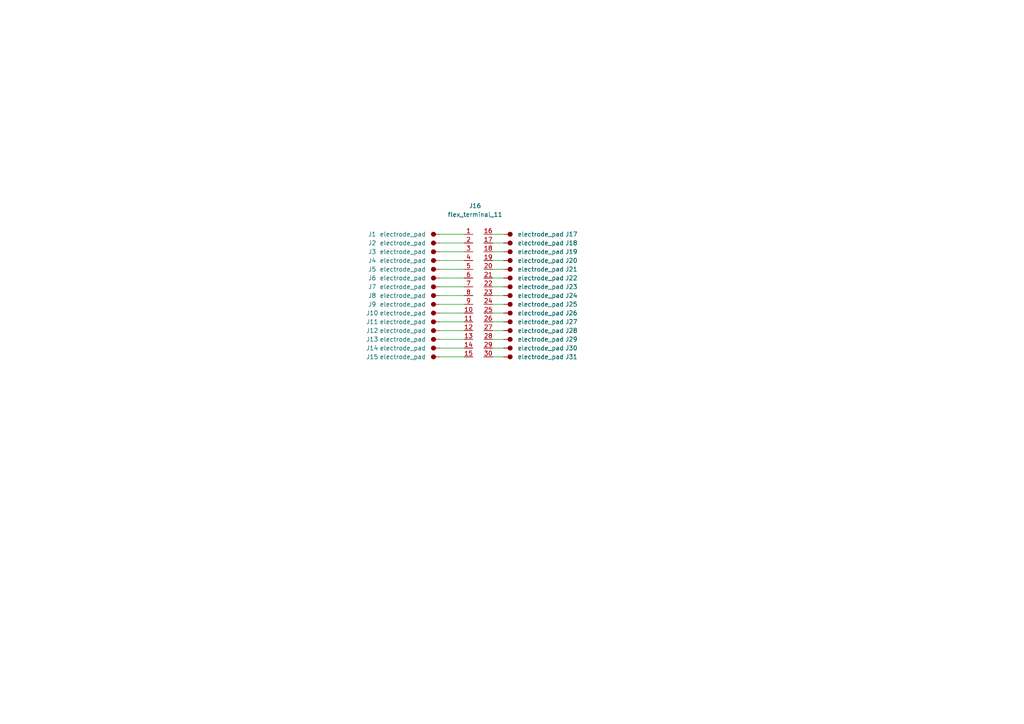
<source format=kicad_sch>
(kicad_sch (version 20211123) (generator eeschema)

  (uuid a0635da2-a949-4773-975b-241115840968)

  (paper "A4")

  (lib_symbols
    (symbol "keigo_custom:electrode_pad" (in_bom yes) (on_board yes)
      (property "Reference" "J" (id 0) (at 0 2.54 0)
        (effects (font (size 1.27 1.27)))
      )
      (property "Value" "electrode_pad" (id 1) (at 0 5.08 0)
        (effects (font (size 1.27 1.27)))
      )
      (property "Footprint" "keigo_custom_footprint:electrode_pad_smd" (id 2) (at 0 -1.905 0)
        (effects (font (size 1.27 1.27)) hide)
      )
      (property "Datasheet" "" (id 3) (at 0 0 0)
        (effects (font (size 1.27 1.27)) hide)
      )
      (property "ki_keywords" "pad electrode" (id 4) (at 0 0 0)
        (effects (font (size 1.27 1.27)) hide)
      )
      (symbol "electrode_pad_0_1"
        (circle (center 0 0) (radius 0.635)
          (stroke (width 0) (type default) (color 0 0 0 0))
          (fill (type outline))
        )
      )
      (symbol "electrode_pad_1_1"
        (pin input line (at -1.905 0 0) (length 2.54)
          (name "" (effects (font (size 1.27 1.27))))
          (number "" (effects (font (size 1.27 1.27))))
        )
      )
    )
    (symbol "keigo_custom:flex_terminal_30" (in_bom yes) (on_board yes)
      (property "Reference" "J" (id 0) (at 0 3.556 0)
        (effects (font (size 1.27 1.27)))
      )
      (property "Value" "flex_terminal_30" (id 1) (at 0 6.096 0)
        (effects (font (size 1.27 1.27)))
      )
      (property "Footprint" "keigo_custom_footprint:flex_hirose_30" (id 2) (at 0 3.556 0)
        (effects (font (size 1.27 1.27)) hide)
      )
      (property "Datasheet" "" (id 3) (at 0 3.556 0)
        (effects (font (size 1.27 1.27)) hide)
      )
      (property "ki_keywords" "flex hirose terminal 30" (id 4) (at 0 0 0)
        (effects (font (size 1.27 1.27)) hide)
      )
      (symbol "flex_terminal_30_1_1"
        (pin output line (at 0 0 0) (length 2.54)
          (name "" (effects (font (size 1.27 1.27))))
          (number "1" (effects (font (size 1.27 1.27))))
        )
        (pin output line (at 0 -22.86 0) (length 2.54)
          (name "" (effects (font (size 1.27 1.27))))
          (number "10" (effects (font (size 1.27 1.27))))
        )
        (pin output line (at 0 -25.4 0) (length 2.54)
          (name "" (effects (font (size 1.27 1.27))))
          (number "11" (effects (font (size 1.27 1.27))))
        )
        (pin output line (at 0 -27.94 0) (length 2.54)
          (name "" (effects (font (size 1.27 1.27))))
          (number "12" (effects (font (size 1.27 1.27))))
        )
        (pin output line (at 0 -30.48 0) (length 2.54)
          (name "" (effects (font (size 1.27 1.27))))
          (number "13" (effects (font (size 1.27 1.27))))
        )
        (pin output line (at 0 -33.02 0) (length 2.54)
          (name "" (effects (font (size 1.27 1.27))))
          (number "14" (effects (font (size 1.27 1.27))))
        )
        (pin output line (at 0 -35.56 0) (length 2.54)
          (name "" (effects (font (size 1.27 1.27))))
          (number "15" (effects (font (size 1.27 1.27))))
        )
        (pin output line (at 8.255 0 180) (length 2.54)
          (name "" (effects (font (size 1.27 1.27))))
          (number "16" (effects (font (size 1.27 1.27))))
        )
        (pin output line (at 8.255 -2.54 180) (length 2.54)
          (name "" (effects (font (size 1.27 1.27))))
          (number "17" (effects (font (size 1.27 1.27))))
        )
        (pin output line (at 8.255 -5.08 180) (length 2.54)
          (name "" (effects (font (size 1.27 1.27))))
          (number "18" (effects (font (size 1.27 1.27))))
        )
        (pin output line (at 8.255 -7.62 180) (length 2.54)
          (name "" (effects (font (size 1.27 1.27))))
          (number "19" (effects (font (size 1.27 1.27))))
        )
        (pin output line (at 0 -2.54 0) (length 2.54)
          (name "" (effects (font (size 1.27 1.27))))
          (number "2" (effects (font (size 1.27 1.27))))
        )
        (pin output line (at 8.255 -10.16 180) (length 2.54)
          (name "" (effects (font (size 1.27 1.27))))
          (number "20" (effects (font (size 1.27 1.27))))
        )
        (pin output line (at 8.255 -12.7 180) (length 2.54)
          (name "" (effects (font (size 1.27 1.27))))
          (number "21" (effects (font (size 1.27 1.27))))
        )
        (pin output line (at 8.255 -15.24 180) (length 2.54)
          (name "" (effects (font (size 1.27 1.27))))
          (number "22" (effects (font (size 1.27 1.27))))
        )
        (pin output line (at 8.255 -17.78 180) (length 2.54)
          (name "" (effects (font (size 1.27 1.27))))
          (number "23" (effects (font (size 1.27 1.27))))
        )
        (pin output line (at 8.255 -20.32 180) (length 2.54)
          (name "" (effects (font (size 1.27 1.27))))
          (number "24" (effects (font (size 1.27 1.27))))
        )
        (pin output line (at 8.255 -22.86 180) (length 2.54)
          (name "" (effects (font (size 1.27 1.27))))
          (number "25" (effects (font (size 1.27 1.27))))
        )
        (pin output line (at 8.255 -25.4 180) (length 2.54)
          (name "" (effects (font (size 1.27 1.27))))
          (number "26" (effects (font (size 1.27 1.27))))
        )
        (pin output line (at 8.255 -27.94 180) (length 2.54)
          (name "" (effects (font (size 1.27 1.27))))
          (number "27" (effects (font (size 1.27 1.27))))
        )
        (pin output line (at 8.255 -30.48 180) (length 2.54)
          (name "" (effects (font (size 1.27 1.27))))
          (number "28" (effects (font (size 1.27 1.27))))
        )
        (pin output line (at 8.255 -33.02 180) (length 2.54)
          (name "" (effects (font (size 1.27 1.27))))
          (number "29" (effects (font (size 1.27 1.27))))
        )
        (pin output line (at 0 -5.08 0) (length 2.54)
          (name "" (effects (font (size 1.27 1.27))))
          (number "3" (effects (font (size 1.27 1.27))))
        )
        (pin output line (at 8.255 -35.56 180) (length 2.54)
          (name "" (effects (font (size 1.27 1.27))))
          (number "30" (effects (font (size 1.27 1.27))))
        )
        (pin output line (at 0 -7.62 0) (length 2.54)
          (name "" (effects (font (size 1.27 1.27))))
          (number "4" (effects (font (size 1.27 1.27))))
        )
        (pin output line (at 0 -10.16 0) (length 2.54)
          (name "" (effects (font (size 1.27 1.27))))
          (number "5" (effects (font (size 1.27 1.27))))
        )
        (pin output line (at 0 -12.7 0) (length 2.54)
          (name "" (effects (font (size 1.27 1.27))))
          (number "6" (effects (font (size 1.27 1.27))))
        )
        (pin output line (at 0 -15.24 0) (length 2.54)
          (name "" (effects (font (size 1.27 1.27))))
          (number "7" (effects (font (size 1.27 1.27))))
        )
        (pin output line (at 0 -17.78 0) (length 2.54)
          (name "" (effects (font (size 1.27 1.27))))
          (number "8" (effects (font (size 1.27 1.27))))
        )
        (pin output line (at 0 -20.32 0) (length 2.54)
          (name "" (effects (font (size 1.27 1.27))))
          (number "9" (effects (font (size 1.27 1.27))))
        )
      )
    )
  )


  (wire (pts (xy 142.875 78.105) (xy 146.05 78.105))
    (stroke (width 0) (type default) (color 0 0 0 0))
    (uuid 03bb0fd7-4330-4d39-8a83-a705836504d0)
  )
  (wire (pts (xy 142.875 70.485) (xy 146.05 70.485))
    (stroke (width 0) (type default) (color 0 0 0 0))
    (uuid 0de17740-5fe3-4311-84a5-6a76236118f4)
  )
  (wire (pts (xy 127.635 98.425) (xy 134.62 98.425))
    (stroke (width 0) (type default) (color 0 0 0 0))
    (uuid 10fd171a-bf20-4c05-9932-d6343002ce79)
  )
  (wire (pts (xy 142.875 95.885) (xy 146.05 95.885))
    (stroke (width 0) (type default) (color 0 0 0 0))
    (uuid 1118f8a8-b872-4a23-a3a9-b21d757f77b5)
  )
  (wire (pts (xy 142.875 88.265) (xy 146.05 88.265))
    (stroke (width 0) (type default) (color 0 0 0 0))
    (uuid 16288af0-234d-40fb-8d30-0bde828d0ee6)
  )
  (wire (pts (xy 127.635 75.565) (xy 134.62 75.565))
    (stroke (width 0) (type default) (color 0 0 0 0))
    (uuid 2111e882-f86a-457d-a313-3759d395a11f)
  )
  (wire (pts (xy 142.875 73.025) (xy 146.05 73.025))
    (stroke (width 0) (type default) (color 0 0 0 0))
    (uuid 25538b9a-7c63-4533-94de-6539b5159e14)
  )
  (wire (pts (xy 142.875 90.805) (xy 146.05 90.805))
    (stroke (width 0) (type default) (color 0 0 0 0))
    (uuid 276d8cd8-e09a-4b52-8460-ec5200e4623e)
  )
  (wire (pts (xy 127.635 83.185) (xy 134.62 83.185))
    (stroke (width 0) (type default) (color 0 0 0 0))
    (uuid 2a094186-0e1b-4dda-81ed-793cf1e3b5b5)
  )
  (wire (pts (xy 127.635 78.105) (xy 134.62 78.105))
    (stroke (width 0) (type default) (color 0 0 0 0))
    (uuid 2fd24ad8-620f-4692-816f-137e53a0652c)
  )
  (wire (pts (xy 127.635 95.885) (xy 134.62 95.885))
    (stroke (width 0) (type default) (color 0 0 0 0))
    (uuid 354ee7ef-d823-450d-b5f3-6af3b7f15ce0)
  )
  (wire (pts (xy 142.875 83.185) (xy 146.05 83.185))
    (stroke (width 0) (type default) (color 0 0 0 0))
    (uuid 394aa86b-d5f3-4d71-86f5-08832c07807d)
  )
  (wire (pts (xy 127.635 100.965) (xy 134.62 100.965))
    (stroke (width 0) (type default) (color 0 0 0 0))
    (uuid 42b28787-1b41-494b-9c0c-3c4b16dac9ca)
  )
  (wire (pts (xy 127.635 103.505) (xy 134.62 103.505))
    (stroke (width 0) (type default) (color 0 0 0 0))
    (uuid 48f4e268-9c80-43f0-80ea-220d820a3aff)
  )
  (wire (pts (xy 127.635 80.645) (xy 134.62 80.645))
    (stroke (width 0) (type default) (color 0 0 0 0))
    (uuid 4d6256cd-42fb-46bd-84ec-c9a7191e6131)
  )
  (wire (pts (xy 127.635 90.805) (xy 134.62 90.805))
    (stroke (width 0) (type default) (color 0 0 0 0))
    (uuid 53ef9c06-c7b9-4317-8780-b3fa47a15133)
  )
  (wire (pts (xy 127.635 88.265) (xy 134.62 88.265))
    (stroke (width 0) (type default) (color 0 0 0 0))
    (uuid 5441dbc5-f996-451e-b931-98b9bc79f11d)
  )
  (wire (pts (xy 142.875 75.565) (xy 146.05 75.565))
    (stroke (width 0) (type default) (color 0 0 0 0))
    (uuid 58ce9e59-47a5-41ed-8417-37d45c968266)
  )
  (wire (pts (xy 142.875 80.645) (xy 146.05 80.645))
    (stroke (width 0) (type default) (color 0 0 0 0))
    (uuid 5a163090-68c6-4d96-a03b-29e497ea5e0c)
  )
  (wire (pts (xy 127.635 70.485) (xy 134.62 70.485))
    (stroke (width 0) (type default) (color 0 0 0 0))
    (uuid 624d2b7d-3c5f-48b7-ba4d-c5788801276f)
  )
  (wire (pts (xy 142.875 85.725) (xy 146.05 85.725))
    (stroke (width 0) (type default) (color 0 0 0 0))
    (uuid 69260530-d495-4b25-a4d0-262da80cf7df)
  )
  (wire (pts (xy 142.875 67.945) (xy 146.05 67.945))
    (stroke (width 0) (type default) (color 0 0 0 0))
    (uuid 6f58070d-0b2c-4dd8-adb8-59fb0a387e23)
  )
  (wire (pts (xy 142.875 100.965) (xy 146.05 100.965))
    (stroke (width 0) (type default) (color 0 0 0 0))
    (uuid 829fa019-8eef-42bf-840b-c712648837f3)
  )
  (wire (pts (xy 142.875 98.425) (xy 146.05 98.425))
    (stroke (width 0) (type default) (color 0 0 0 0))
    (uuid a9a53428-56fc-4880-876f-29e06befd666)
  )
  (wire (pts (xy 127.635 73.025) (xy 134.62 73.025))
    (stroke (width 0) (type default) (color 0 0 0 0))
    (uuid afa0ede4-381a-4b26-88df-684addb1a46a)
  )
  (wire (pts (xy 127.635 85.725) (xy 134.62 85.725))
    (stroke (width 0) (type default) (color 0 0 0 0))
    (uuid b89dfa94-0db7-41b9-b9a1-8a5e8d252a8e)
  )
  (wire (pts (xy 127.635 67.945) (xy 134.62 67.945))
    (stroke (width 0) (type default) (color 0 0 0 0))
    (uuid cf1cdece-971b-459b-9d53-996b77fb1cfd)
  )
  (wire (pts (xy 127.635 93.345) (xy 134.62 93.345))
    (stroke (width 0) (type default) (color 0 0 0 0))
    (uuid ea46cdb6-f845-43d8-b714-bd5460f51e94)
  )
  (wire (pts (xy 142.875 93.345) (xy 146.05 93.345))
    (stroke (width 0) (type default) (color 0 0 0 0))
    (uuid f1d5ae41-3b7a-47ca-9f10-b9b260549e9c)
  )
  (wire (pts (xy 142.875 103.505) (xy 146.05 103.505))
    (stroke (width 0) (type default) (color 0 0 0 0))
    (uuid f242f31f-01a3-40f2-b2d4-a3bf74b40fed)
  )

  (symbol (lib_id "keigo_custom:electrode_pad") (at 147.955 70.485 0) (unit 1)
    (in_bom yes) (on_board yes)
    (uuid 0873449c-1fe1-45e6-928b-29f4d3f2e9f1)
    (property "Reference" "J18" (id 0) (at 165.735 70.485 0))
    (property "Value" "electrode_pad" (id 1) (at 156.845 70.485 0))
    (property "Footprint" "keigo_custom_footprint:electrode_pad_smd" (id 2) (at 147.955 72.39 0)
      (effects (font (size 1.27 1.27)) hide)
    )
    (property "Datasheet" "" (id 3) (at 147.955 70.485 0)
      (effects (font (size 1.27 1.27)) hide)
    )
    (pin "" (uuid 3fdae0b7-cc41-469e-b053-ef7829b9ce87))
  )

  (symbol (lib_id "keigo_custom:electrode_pad") (at 147.955 100.965 0) (unit 1)
    (in_bom yes) (on_board yes)
    (uuid 14e8a19b-c11d-4bca-b4a9-a610359cef7b)
    (property "Reference" "J30" (id 0) (at 165.735 100.965 0))
    (property "Value" "electrode_pad" (id 1) (at 156.845 100.965 0))
    (property "Footprint" "keigo_custom_footprint:electrode_pad_smd" (id 2) (at 147.955 102.87 0)
      (effects (font (size 1.27 1.27)) hide)
    )
    (property "Datasheet" "" (id 3) (at 147.955 100.965 0)
      (effects (font (size 1.27 1.27)) hide)
    )
    (pin "" (uuid f7c0c0f7-a84e-466b-905c-4300be3c9d38))
  )

  (symbol (lib_id "keigo_custom:electrode_pad") (at 125.73 95.885 180) (unit 1)
    (in_bom yes) (on_board yes)
    (uuid 184788fb-ec57-4bb9-8f02-82ad0f3849c5)
    (property "Reference" "J12" (id 0) (at 107.95 95.885 0))
    (property "Value" "electrode_pad" (id 1) (at 116.84 95.885 0))
    (property "Footprint" "keigo_custom_footprint:electrode_pad_smd" (id 2) (at 125.73 93.98 0)
      (effects (font (size 1.27 1.27)) hide)
    )
    (property "Datasheet" "" (id 3) (at 125.73 95.885 0)
      (effects (font (size 1.27 1.27)) hide)
    )
    (pin "" (uuid 1271662f-f9de-4501-bb0e-a7bf7f4e9f79))
  )

  (symbol (lib_id "keigo_custom:electrode_pad") (at 147.955 73.025 0) (unit 1)
    (in_bom yes) (on_board yes)
    (uuid 1beef3d7-2f53-487b-aad4-84ec77ce5e12)
    (property "Reference" "J19" (id 0) (at 165.735 73.025 0))
    (property "Value" "electrode_pad" (id 1) (at 156.845 73.025 0))
    (property "Footprint" "keigo_custom_footprint:electrode_pad_smd" (id 2) (at 147.955 74.93 0)
      (effects (font (size 1.27 1.27)) hide)
    )
    (property "Datasheet" "" (id 3) (at 147.955 73.025 0)
      (effects (font (size 1.27 1.27)) hide)
    )
    (pin "" (uuid d70e48b7-81a3-44db-9a88-840d961b624f))
  )

  (symbol (lib_id "keigo_custom:electrode_pad") (at 147.955 98.425 0) (unit 1)
    (in_bom yes) (on_board yes)
    (uuid 1c55efec-4cca-47f2-96f3-67cae01f9e2a)
    (property "Reference" "J29" (id 0) (at 165.735 98.425 0))
    (property "Value" "electrode_pad" (id 1) (at 156.845 98.425 0))
    (property "Footprint" "keigo_custom_footprint:electrode_pad_smd" (id 2) (at 147.955 100.33 0)
      (effects (font (size 1.27 1.27)) hide)
    )
    (property "Datasheet" "" (id 3) (at 147.955 98.425 0)
      (effects (font (size 1.27 1.27)) hide)
    )
    (pin "" (uuid 31ff6f8e-6ddd-4763-90c7-ef73fd1b0017))
  )

  (symbol (lib_id "keigo_custom:flex_terminal_30") (at 134.62 67.945 0) (unit 1)
    (in_bom yes) (on_board yes)
    (uuid 1f734ddf-695a-46d0-9ebb-26c04f6ace3e)
    (property "Reference" "J16" (id 0) (at 137.795 59.69 0))
    (property "Value" "flex_terminal_11" (id 1) (at 137.795 62.23 0))
    (property "Footprint" "keigo_custom_footprint:flex_hirose_30" (id 2) (at 134.62 64.389 0)
      (effects (font (size 1.27 1.27)) hide)
    )
    (property "Datasheet" "" (id 3) (at 134.62 64.389 0)
      (effects (font (size 1.27 1.27)) hide)
    )
    (pin "1" (uuid ddb7407d-49bf-4ddd-a348-e7919dcd8cc4))
    (pin "10" (uuid 5ed2cb1f-b89c-4dda-bc4f-00f0f4c64466))
    (pin "11" (uuid 8347d928-05a5-4960-a235-015c6ad8e59f))
    (pin "12" (uuid 600d30ef-4e0d-41ab-959a-fc3959dd7042))
    (pin "13" (uuid cc40a575-dc19-44de-9480-80742c670289))
    (pin "14" (uuid 10e94211-e8e5-41bc-bc80-534e8cab4ab3))
    (pin "15" (uuid a0f05edc-df15-4de6-872d-a27d19533a3c))
    (pin "16" (uuid 554aca81-f631-415f-8c78-064fa95365be))
    (pin "17" (uuid 51b2e678-a00f-4fbe-b29a-f25bea2adb11))
    (pin "18" (uuid e362f5fe-8451-4fe0-9d30-eb72736733d6))
    (pin "19" (uuid 0d24aee3-d1ed-47cf-ab14-76595971723d))
    (pin "2" (uuid f2b087a9-bdbf-46f5-bc1d-78243cdbb9e7))
    (pin "20" (uuid fbfd94a6-d5a9-426f-bdb5-5cc3c056213f))
    (pin "21" (uuid d24169bc-a3d8-4466-928b-4bcec93c1e18))
    (pin "22" (uuid 61e9f125-3e18-42bf-85ef-eaa27307b489))
    (pin "23" (uuid 194d55be-8b11-4a3f-9c03-472e68878151))
    (pin "24" (uuid 86dfd583-d0a3-4641-864b-d7be5dad682b))
    (pin "25" (uuid 39bc04f8-d119-4a52-9d6e-fb80397e2ce9))
    (pin "26" (uuid df6a9215-2648-432a-9cf6-a4698f819bcf))
    (pin "27" (uuid 4b3d8290-46da-426c-bb4b-08db1276e66f))
    (pin "28" (uuid 30a56a0e-2707-48c3-ada3-fe7458476abc))
    (pin "29" (uuid bcb96852-4030-4c1c-8f24-0dd2b2dbe8af))
    (pin "3" (uuid b07313a8-5435-4335-a427-9c6b8ea5784c))
    (pin "30" (uuid ccc68c8b-abb9-4141-b47b-719d78a2b3dc))
    (pin "4" (uuid 75311e52-9127-40bb-aa64-580ac2d22447))
    (pin "5" (uuid c56ee067-799d-4353-85cf-4ee7e8398f47))
    (pin "6" (uuid 5cb4c35f-cacc-472f-988e-2084574e37e8))
    (pin "7" (uuid 89f773e2-6969-48b5-8286-5d37191b7e23))
    (pin "8" (uuid c1cd7834-b9cd-463c-b81f-c38a4ac7a304))
    (pin "9" (uuid 1650053a-3dc5-4a4a-9410-cdd9353b8895))
  )

  (symbol (lib_id "keigo_custom:electrode_pad") (at 147.955 80.645 0) (unit 1)
    (in_bom yes) (on_board yes)
    (uuid 2465e027-4cdd-47f2-b4f2-18b957ef82ed)
    (property "Reference" "J22" (id 0) (at 165.735 80.645 0))
    (property "Value" "electrode_pad" (id 1) (at 156.845 80.645 0))
    (property "Footprint" "keigo_custom_footprint:electrode_pad_smd" (id 2) (at 147.955 82.55 0)
      (effects (font (size 1.27 1.27)) hide)
    )
    (property "Datasheet" "" (id 3) (at 147.955 80.645 0)
      (effects (font (size 1.27 1.27)) hide)
    )
    (pin "" (uuid 8b4653aa-84d1-46a8-80c2-88f923e983f4))
  )

  (symbol (lib_id "keigo_custom:electrode_pad") (at 125.73 93.345 180) (unit 1)
    (in_bom yes) (on_board yes)
    (uuid 325ac698-f7e4-4411-9416-5ac808c8db91)
    (property "Reference" "J11" (id 0) (at 107.95 93.345 0))
    (property "Value" "electrode_pad" (id 1) (at 116.84 93.345 0))
    (property "Footprint" "keigo_custom_footprint:electrode_pad_smd" (id 2) (at 125.73 91.44 0)
      (effects (font (size 1.27 1.27)) hide)
    )
    (property "Datasheet" "" (id 3) (at 125.73 93.345 0)
      (effects (font (size 1.27 1.27)) hide)
    )
    (pin "" (uuid 80b34ef4-23c4-4fe5-b001-720af9f24872))
  )

  (symbol (lib_id "keigo_custom:electrode_pad") (at 125.73 83.185 180) (unit 1)
    (in_bom yes) (on_board yes)
    (uuid 40d4bd3a-7fef-422a-b544-4f11a6bad5ce)
    (property "Reference" "J7" (id 0) (at 107.95 83.185 0))
    (property "Value" "electrode_pad" (id 1) (at 116.84 83.185 0))
    (property "Footprint" "keigo_custom_footprint:electrode_pad_smd" (id 2) (at 125.73 81.28 0)
      (effects (font (size 1.27 1.27)) hide)
    )
    (property "Datasheet" "" (id 3) (at 125.73 83.185 0)
      (effects (font (size 1.27 1.27)) hide)
    )
    (pin "" (uuid 526cc3a7-3588-49d7-a906-7ede3976412d))
  )

  (symbol (lib_id "keigo_custom:electrode_pad") (at 147.955 95.885 0) (unit 1)
    (in_bom yes) (on_board yes)
    (uuid 598a0da3-e9e6-4059-b4ca-a7cfda406b5c)
    (property "Reference" "J28" (id 0) (at 165.735 95.885 0))
    (property "Value" "electrode_pad" (id 1) (at 156.845 95.885 0))
    (property "Footprint" "keigo_custom_footprint:electrode_pad_smd" (id 2) (at 147.955 97.79 0)
      (effects (font (size 1.27 1.27)) hide)
    )
    (property "Datasheet" "" (id 3) (at 147.955 95.885 0)
      (effects (font (size 1.27 1.27)) hide)
    )
    (pin "" (uuid 48eedc6c-bf65-4388-ae81-dbb8ce36cad8))
  )

  (symbol (lib_id "keigo_custom:electrode_pad") (at 147.955 88.265 0) (unit 1)
    (in_bom yes) (on_board yes)
    (uuid 5c365c1a-e593-4340-9e22-0a2a7da6d61a)
    (property "Reference" "J25" (id 0) (at 165.735 88.265 0))
    (property "Value" "electrode_pad" (id 1) (at 156.845 88.265 0))
    (property "Footprint" "keigo_custom_footprint:electrode_pad_smd" (id 2) (at 147.955 90.17 0)
      (effects (font (size 1.27 1.27)) hide)
    )
    (property "Datasheet" "" (id 3) (at 147.955 88.265 0)
      (effects (font (size 1.27 1.27)) hide)
    )
    (pin "" (uuid 050f5271-7aae-4af2-b4a7-e9602a9e76e8))
  )

  (symbol (lib_id "keigo_custom:electrode_pad") (at 125.73 90.805 180) (unit 1)
    (in_bom yes) (on_board yes)
    (uuid 69be0e4b-2b80-4120-a73c-3e68b64706a4)
    (property "Reference" "J10" (id 0) (at 107.95 90.805 0))
    (property "Value" "electrode_pad" (id 1) (at 116.84 90.805 0))
    (property "Footprint" "keigo_custom_footprint:electrode_pad_smd" (id 2) (at 125.73 88.9 0)
      (effects (font (size 1.27 1.27)) hide)
    )
    (property "Datasheet" "" (id 3) (at 125.73 90.805 0)
      (effects (font (size 1.27 1.27)) hide)
    )
    (pin "" (uuid 9eb4f6cf-b8f6-4259-8c23-268d3e46d708))
  )

  (symbol (lib_id "keigo_custom:electrode_pad") (at 147.955 93.345 0) (unit 1)
    (in_bom yes) (on_board yes)
    (uuid 718b481f-b98e-45e3-aac3-e25d80726663)
    (property "Reference" "J27" (id 0) (at 165.735 93.345 0))
    (property "Value" "electrode_pad" (id 1) (at 156.845 93.345 0))
    (property "Footprint" "keigo_custom_footprint:electrode_pad_smd" (id 2) (at 147.955 95.25 0)
      (effects (font (size 1.27 1.27)) hide)
    )
    (property "Datasheet" "" (id 3) (at 147.955 93.345 0)
      (effects (font (size 1.27 1.27)) hide)
    )
    (pin "" (uuid 9b84e2df-2be7-48da-83d5-0a2091dc0a01))
  )

  (symbol (lib_id "keigo_custom:electrode_pad") (at 147.955 90.805 0) (unit 1)
    (in_bom yes) (on_board yes)
    (uuid 776ce872-d747-4530-855d-e439b8427169)
    (property "Reference" "J26" (id 0) (at 165.735 90.805 0))
    (property "Value" "electrode_pad" (id 1) (at 156.845 90.805 0))
    (property "Footprint" "keigo_custom_footprint:electrode_pad_smd" (id 2) (at 147.955 92.71 0)
      (effects (font (size 1.27 1.27)) hide)
    )
    (property "Datasheet" "" (id 3) (at 147.955 90.805 0)
      (effects (font (size 1.27 1.27)) hide)
    )
    (pin "" (uuid bbe69e3a-3883-42b5-a799-9982c7211569))
  )

  (symbol (lib_id "keigo_custom:electrode_pad") (at 147.955 75.565 0) (unit 1)
    (in_bom yes) (on_board yes)
    (uuid 777044dc-93bc-41a1-9ebb-e5de3f6e4957)
    (property "Reference" "J20" (id 0) (at 165.735 75.565 0))
    (property "Value" "electrode_pad" (id 1) (at 156.845 75.565 0))
    (property "Footprint" "keigo_custom_footprint:electrode_pad_smd" (id 2) (at 147.955 77.47 0)
      (effects (font (size 1.27 1.27)) hide)
    )
    (property "Datasheet" "" (id 3) (at 147.955 75.565 0)
      (effects (font (size 1.27 1.27)) hide)
    )
    (pin "" (uuid 659c77f4-310c-4994-b2ef-54c9c106f55b))
  )

  (symbol (lib_id "keigo_custom:electrode_pad") (at 147.955 85.725 0) (unit 1)
    (in_bom yes) (on_board yes)
    (uuid 8188a235-e83e-4b61-9296-42392f0cd855)
    (property "Reference" "J24" (id 0) (at 165.735 85.725 0))
    (property "Value" "electrode_pad" (id 1) (at 156.845 85.725 0))
    (property "Footprint" "keigo_custom_footprint:electrode_pad_smd" (id 2) (at 147.955 87.63 0)
      (effects (font (size 1.27 1.27)) hide)
    )
    (property "Datasheet" "" (id 3) (at 147.955 85.725 0)
      (effects (font (size 1.27 1.27)) hide)
    )
    (pin "" (uuid 7f99fdcb-7de5-424b-9a77-213ce3882f88))
  )

  (symbol (lib_id "keigo_custom:electrode_pad") (at 125.73 75.565 180) (unit 1)
    (in_bom yes) (on_board yes)
    (uuid 84a1109c-658e-412b-9280-80aa57050abc)
    (property "Reference" "J4" (id 0) (at 107.95 75.565 0))
    (property "Value" "electrode_pad" (id 1) (at 116.84 75.565 0))
    (property "Footprint" "keigo_custom_footprint:electrode_pad_smd" (id 2) (at 125.73 73.66 0)
      (effects (font (size 1.27 1.27)) hide)
    )
    (property "Datasheet" "" (id 3) (at 125.73 75.565 0)
      (effects (font (size 1.27 1.27)) hide)
    )
    (pin "" (uuid 473a5046-0aa7-4f7b-b796-a697cd0c70a3))
  )

  (symbol (lib_id "keigo_custom:electrode_pad") (at 147.955 67.945 0) (unit 1)
    (in_bom yes) (on_board yes)
    (uuid 8887fa78-d00d-411d-bddd-9df01d8e8421)
    (property "Reference" "J17" (id 0) (at 165.735 67.945 0))
    (property "Value" "electrode_pad" (id 1) (at 156.845 67.945 0))
    (property "Footprint" "keigo_custom_footprint:electrode_pad_smd" (id 2) (at 147.955 69.85 0)
      (effects (font (size 1.27 1.27)) hide)
    )
    (property "Datasheet" "" (id 3) (at 147.955 67.945 0)
      (effects (font (size 1.27 1.27)) hide)
    )
    (pin "" (uuid bfa3955a-0766-475a-9df1-f6734e739f25))
  )

  (symbol (lib_id "keigo_custom:electrode_pad") (at 125.73 100.965 180) (unit 1)
    (in_bom yes) (on_board yes)
    (uuid b23e4194-1974-4bc3-97a3-46adc6c1949e)
    (property "Reference" "J14" (id 0) (at 107.95 100.965 0))
    (property "Value" "electrode_pad" (id 1) (at 116.84 100.965 0))
    (property "Footprint" "keigo_custom_footprint:electrode_pad_smd" (id 2) (at 125.73 99.06 0)
      (effects (font (size 1.27 1.27)) hide)
    )
    (property "Datasheet" "" (id 3) (at 125.73 100.965 0)
      (effects (font (size 1.27 1.27)) hide)
    )
    (pin "" (uuid 2db1447e-c46a-4236-bcda-32abb7ecab3f))
  )

  (symbol (lib_id "keigo_custom:electrode_pad") (at 125.73 80.645 180) (unit 1)
    (in_bom yes) (on_board yes)
    (uuid b3012029-f504-444a-9351-a32437030bc9)
    (property "Reference" "J6" (id 0) (at 107.95 80.645 0))
    (property "Value" "electrode_pad" (id 1) (at 116.84 80.645 0))
    (property "Footprint" "keigo_custom_footprint:electrode_pad_smd" (id 2) (at 125.73 78.74 0)
      (effects (font (size 1.27 1.27)) hide)
    )
    (property "Datasheet" "" (id 3) (at 125.73 80.645 0)
      (effects (font (size 1.27 1.27)) hide)
    )
    (pin "" (uuid 563b0949-6aa1-4b09-9dd3-6e985a0f15da))
  )

  (symbol (lib_id "keigo_custom:electrode_pad") (at 125.73 98.425 180) (unit 1)
    (in_bom yes) (on_board yes)
    (uuid b33a3dc3-2721-46cf-a5e2-9728efdb61bd)
    (property "Reference" "J13" (id 0) (at 107.95 98.425 0))
    (property "Value" "electrode_pad" (id 1) (at 116.84 98.425 0))
    (property "Footprint" "keigo_custom_footprint:electrode_pad_smd" (id 2) (at 125.73 96.52 0)
      (effects (font (size 1.27 1.27)) hide)
    )
    (property "Datasheet" "" (id 3) (at 125.73 98.425 0)
      (effects (font (size 1.27 1.27)) hide)
    )
    (pin "" (uuid 0568ebae-b853-41a7-a244-49a559f17efb))
  )

  (symbol (lib_id "keigo_custom:electrode_pad") (at 125.73 73.025 180) (unit 1)
    (in_bom yes) (on_board yes)
    (uuid b38d922b-78f8-42eb-bf01-eecb46c26f41)
    (property "Reference" "J3" (id 0) (at 107.95 73.025 0))
    (property "Value" "electrode_pad" (id 1) (at 116.84 73.025 0))
    (property "Footprint" "keigo_custom_footprint:electrode_pad_smd" (id 2) (at 125.73 71.12 0)
      (effects (font (size 1.27 1.27)) hide)
    )
    (property "Datasheet" "" (id 3) (at 125.73 73.025 0)
      (effects (font (size 1.27 1.27)) hide)
    )
    (pin "" (uuid af3229b8-2e03-47a7-8f69-d74a4b0e745c))
  )

  (symbol (lib_id "keigo_custom:electrode_pad") (at 125.73 103.505 180) (unit 1)
    (in_bom yes) (on_board yes)
    (uuid b5027f07-1d07-4b8d-a1e5-fd003e70e8a4)
    (property "Reference" "J15" (id 0) (at 107.95 103.505 0))
    (property "Value" "electrode_pad" (id 1) (at 116.84 103.505 0))
    (property "Footprint" "keigo_custom_footprint:electrode_pad_smd" (id 2) (at 125.73 101.6 0)
      (effects (font (size 1.27 1.27)) hide)
    )
    (property "Datasheet" "" (id 3) (at 125.73 103.505 0)
      (effects (font (size 1.27 1.27)) hide)
    )
    (pin "" (uuid 91deb6a7-a038-4e49-bf15-4fc5a39f4bbf))
  )

  (symbol (lib_id "keigo_custom:electrode_pad") (at 147.955 78.105 0) (unit 1)
    (in_bom yes) (on_board yes)
    (uuid b7bfbf4b-c08e-4d27-86a4-c168127e32c4)
    (property "Reference" "J21" (id 0) (at 165.735 78.105 0))
    (property "Value" "electrode_pad" (id 1) (at 156.845 78.105 0))
    (property "Footprint" "keigo_custom_footprint:electrode_pad_smd" (id 2) (at 147.955 80.01 0)
      (effects (font (size 1.27 1.27)) hide)
    )
    (property "Datasheet" "" (id 3) (at 147.955 78.105 0)
      (effects (font (size 1.27 1.27)) hide)
    )
    (pin "" (uuid 20756432-1966-4ddb-b3ed-4052845991db))
  )

  (symbol (lib_id "keigo_custom:electrode_pad") (at 125.73 88.265 180) (unit 1)
    (in_bom yes) (on_board yes)
    (uuid c657cc19-e164-4048-8e31-83c464ce10eb)
    (property "Reference" "J9" (id 0) (at 107.95 88.265 0))
    (property "Value" "electrode_pad" (id 1) (at 116.84 88.265 0))
    (property "Footprint" "keigo_custom_footprint:electrode_pad_smd" (id 2) (at 125.73 86.36 0)
      (effects (font (size 1.27 1.27)) hide)
    )
    (property "Datasheet" "" (id 3) (at 125.73 88.265 0)
      (effects (font (size 1.27 1.27)) hide)
    )
    (pin "" (uuid 9d05355d-ae57-4df3-a81f-774f07a3fe60))
  )

  (symbol (lib_id "keigo_custom:electrode_pad") (at 147.955 103.505 0) (unit 1)
    (in_bom yes) (on_board yes)
    (uuid d0edff70-3e54-430d-b546-61bad18d7396)
    (property "Reference" "J31" (id 0) (at 165.735 103.505 0))
    (property "Value" "electrode_pad" (id 1) (at 156.845 103.505 0))
    (property "Footprint" "keigo_custom_footprint:electrode_pad_smd" (id 2) (at 147.955 105.41 0)
      (effects (font (size 1.27 1.27)) hide)
    )
    (property "Datasheet" "" (id 3) (at 147.955 103.505 0)
      (effects (font (size 1.27 1.27)) hide)
    )
    (pin "" (uuid ad9e89fe-0778-461d-9ba2-027565f6d129))
  )

  (symbol (lib_id "keigo_custom:electrode_pad") (at 125.73 67.945 180) (unit 1)
    (in_bom yes) (on_board yes)
    (uuid df3f284f-4fd5-43c1-8029-441d3a107650)
    (property "Reference" "J1" (id 0) (at 107.95 67.945 0))
    (property "Value" "electrode_pad" (id 1) (at 116.84 67.945 0))
    (property "Footprint" "keigo_custom_footprint:electrode_pad_smd" (id 2) (at 125.73 66.04 0)
      (effects (font (size 1.27 1.27)) hide)
    )
    (property "Datasheet" "" (id 3) (at 125.73 67.945 0)
      (effects (font (size 1.27 1.27)) hide)
    )
    (pin "" (uuid a29d3955-4247-49b1-8c77-9d7bb7c32e1e))
  )

  (symbol (lib_id "keigo_custom:electrode_pad") (at 125.73 78.105 180) (unit 1)
    (in_bom yes) (on_board yes)
    (uuid e8c9892f-0e56-4ed1-ba6b-093a1b21581f)
    (property "Reference" "J5" (id 0) (at 107.95 78.105 0))
    (property "Value" "electrode_pad" (id 1) (at 116.84 78.105 0))
    (property "Footprint" "keigo_custom_footprint:electrode_pad_smd" (id 2) (at 125.73 76.2 0)
      (effects (font (size 1.27 1.27)) hide)
    )
    (property "Datasheet" "" (id 3) (at 125.73 78.105 0)
      (effects (font (size 1.27 1.27)) hide)
    )
    (pin "" (uuid b133c76e-d6c5-4182-bbaf-1a605ae98a09))
  )

  (symbol (lib_id "keigo_custom:electrode_pad") (at 125.73 70.485 180) (unit 1)
    (in_bom yes) (on_board yes)
    (uuid eadb971a-193a-453a-a14f-eb7c04c06e53)
    (property "Reference" "J2" (id 0) (at 107.95 70.485 0))
    (property "Value" "electrode_pad" (id 1) (at 116.84 70.485 0))
    (property "Footprint" "keigo_custom_footprint:electrode_pad_smd" (id 2) (at 125.73 68.58 0)
      (effects (font (size 1.27 1.27)) hide)
    )
    (property "Datasheet" "" (id 3) (at 125.73 70.485 0)
      (effects (font (size 1.27 1.27)) hide)
    )
    (pin "" (uuid 87ec5525-9ab9-4b5b-b8ff-616db0b42910))
  )

  (symbol (lib_id "keigo_custom:electrode_pad") (at 125.73 85.725 180) (unit 1)
    (in_bom yes) (on_board yes)
    (uuid f09e2df6-7652-4ee4-aac9-279275b78d45)
    (property "Reference" "J8" (id 0) (at 107.95 85.725 0))
    (property "Value" "electrode_pad" (id 1) (at 116.84 85.725 0))
    (property "Footprint" "keigo_custom_footprint:electrode_pad_smd" (id 2) (at 125.73 83.82 0)
      (effects (font (size 1.27 1.27)) hide)
    )
    (property "Datasheet" "" (id 3) (at 125.73 85.725 0)
      (effects (font (size 1.27 1.27)) hide)
    )
    (pin "" (uuid 5482d087-0e35-4a7e-bbd1-30142034a8a2))
  )

  (symbol (lib_id "keigo_custom:electrode_pad") (at 147.955 83.185 0) (unit 1)
    (in_bom yes) (on_board yes)
    (uuid f0cb8275-8613-4e1a-ba28-15f9b883123c)
    (property "Reference" "J23" (id 0) (at 165.735 83.185 0))
    (property "Value" "electrode_pad" (id 1) (at 156.845 83.185 0))
    (property "Footprint" "keigo_custom_footprint:electrode_pad_smd" (id 2) (at 147.955 85.09 0)
      (effects (font (size 1.27 1.27)) hide)
    )
    (property "Datasheet" "" (id 3) (at 147.955 83.185 0)
      (effects (font (size 1.27 1.27)) hide)
    )
    (pin "" (uuid 4f0de9c3-36a7-4223-8127-142598471a6e))
  )

  (sheet_instances
    (path "/" (page "1"))
  )

  (symbol_instances
    (path "/df3f284f-4fd5-43c1-8029-441d3a107650"
      (reference "J1") (unit 1) (value "electrode_pad") (footprint "keigo_custom_footprint:electrode_pad_smd")
    )
    (path "/eadb971a-193a-453a-a14f-eb7c04c06e53"
      (reference "J2") (unit 1) (value "electrode_pad") (footprint "keigo_custom_footprint:electrode_pad_smd")
    )
    (path "/b38d922b-78f8-42eb-bf01-eecb46c26f41"
      (reference "J3") (unit 1) (value "electrode_pad") (footprint "keigo_custom_footprint:electrode_pad_smd")
    )
    (path "/84a1109c-658e-412b-9280-80aa57050abc"
      (reference "J4") (unit 1) (value "electrode_pad") (footprint "keigo_custom_footprint:electrode_pad_smd")
    )
    (path "/e8c9892f-0e56-4ed1-ba6b-093a1b21581f"
      (reference "J5") (unit 1) (value "electrode_pad") (footprint "keigo_custom_footprint:electrode_pad_smd")
    )
    (path "/b3012029-f504-444a-9351-a32437030bc9"
      (reference "J6") (unit 1) (value "electrode_pad") (footprint "keigo_custom_footprint:electrode_pad_smd")
    )
    (path "/40d4bd3a-7fef-422a-b544-4f11a6bad5ce"
      (reference "J7") (unit 1) (value "electrode_pad") (footprint "keigo_custom_footprint:electrode_pad_smd")
    )
    (path "/f09e2df6-7652-4ee4-aac9-279275b78d45"
      (reference "J8") (unit 1) (value "electrode_pad") (footprint "keigo_custom_footprint:electrode_pad_smd")
    )
    (path "/c657cc19-e164-4048-8e31-83c464ce10eb"
      (reference "J9") (unit 1) (value "electrode_pad") (footprint "keigo_custom_footprint:electrode_pad_smd")
    )
    (path "/69be0e4b-2b80-4120-a73c-3e68b64706a4"
      (reference "J10") (unit 1) (value "electrode_pad") (footprint "keigo_custom_footprint:electrode_pad_smd")
    )
    (path "/325ac698-f7e4-4411-9416-5ac808c8db91"
      (reference "J11") (unit 1) (value "electrode_pad") (footprint "keigo_custom_footprint:electrode_pad_smd")
    )
    (path "/184788fb-ec57-4bb9-8f02-82ad0f3849c5"
      (reference "J12") (unit 1) (value "electrode_pad") (footprint "keigo_custom_footprint:electrode_pad_smd")
    )
    (path "/b33a3dc3-2721-46cf-a5e2-9728efdb61bd"
      (reference "J13") (unit 1) (value "electrode_pad") (footprint "keigo_custom_footprint:electrode_pad_smd")
    )
    (path "/b23e4194-1974-4bc3-97a3-46adc6c1949e"
      (reference "J14") (unit 1) (value "electrode_pad") (footprint "keigo_custom_footprint:electrode_pad_smd")
    )
    (path "/b5027f07-1d07-4b8d-a1e5-fd003e70e8a4"
      (reference "J15") (unit 1) (value "electrode_pad") (footprint "keigo_custom_footprint:electrode_pad_smd")
    )
    (path "/1f734ddf-695a-46d0-9ebb-26c04f6ace3e"
      (reference "J16") (unit 1) (value "flex_terminal_11") (footprint "keigo_custom_footprint:flex_hirose_30")
    )
    (path "/8887fa78-d00d-411d-bddd-9df01d8e8421"
      (reference "J17") (unit 1) (value "electrode_pad") (footprint "keigo_custom_footprint:electrode_pad_smd")
    )
    (path "/0873449c-1fe1-45e6-928b-29f4d3f2e9f1"
      (reference "J18") (unit 1) (value "electrode_pad") (footprint "keigo_custom_footprint:electrode_pad_smd")
    )
    (path "/1beef3d7-2f53-487b-aad4-84ec77ce5e12"
      (reference "J19") (unit 1) (value "electrode_pad") (footprint "keigo_custom_footprint:electrode_pad_smd")
    )
    (path "/777044dc-93bc-41a1-9ebb-e5de3f6e4957"
      (reference "J20") (unit 1) (value "electrode_pad") (footprint "keigo_custom_footprint:electrode_pad_smd")
    )
    (path "/b7bfbf4b-c08e-4d27-86a4-c168127e32c4"
      (reference "J21") (unit 1) (value "electrode_pad") (footprint "keigo_custom_footprint:electrode_pad_smd")
    )
    (path "/2465e027-4cdd-47f2-b4f2-18b957ef82ed"
      (reference "J22") (unit 1) (value "electrode_pad") (footprint "keigo_custom_footprint:electrode_pad_smd")
    )
    (path "/f0cb8275-8613-4e1a-ba28-15f9b883123c"
      (reference "J23") (unit 1) (value "electrode_pad") (footprint "keigo_custom_footprint:electrode_pad_smd")
    )
    (path "/8188a235-e83e-4b61-9296-42392f0cd855"
      (reference "J24") (unit 1) (value "electrode_pad") (footprint "keigo_custom_footprint:electrode_pad_smd")
    )
    (path "/5c365c1a-e593-4340-9e22-0a2a7da6d61a"
      (reference "J25") (unit 1) (value "electrode_pad") (footprint "keigo_custom_footprint:electrode_pad_smd")
    )
    (path "/776ce872-d747-4530-855d-e439b8427169"
      (reference "J26") (unit 1) (value "electrode_pad") (footprint "keigo_custom_footprint:electrode_pad_smd")
    )
    (path "/718b481f-b98e-45e3-aac3-e25d80726663"
      (reference "J27") (unit 1) (value "electrode_pad") (footprint "keigo_custom_footprint:electrode_pad_smd")
    )
    (path "/598a0da3-e9e6-4059-b4ca-a7cfda406b5c"
      (reference "J28") (unit 1) (value "electrode_pad") (footprint "keigo_custom_footprint:electrode_pad_smd")
    )
    (path "/1c55efec-4cca-47f2-96f3-67cae01f9e2a"
      (reference "J29") (unit 1) (value "electrode_pad") (footprint "keigo_custom_footprint:electrode_pad_smd")
    )
    (path "/14e8a19b-c11d-4bca-b4a9-a610359cef7b"
      (reference "J30") (unit 1) (value "electrode_pad") (footprint "keigo_custom_footprint:electrode_pad_smd")
    )
    (path "/d0edff70-3e54-430d-b546-61bad18d7396"
      (reference "J31") (unit 1) (value "electrode_pad") (footprint "keigo_custom_footprint:electrode_pad_smd")
    )
  )
)

</source>
